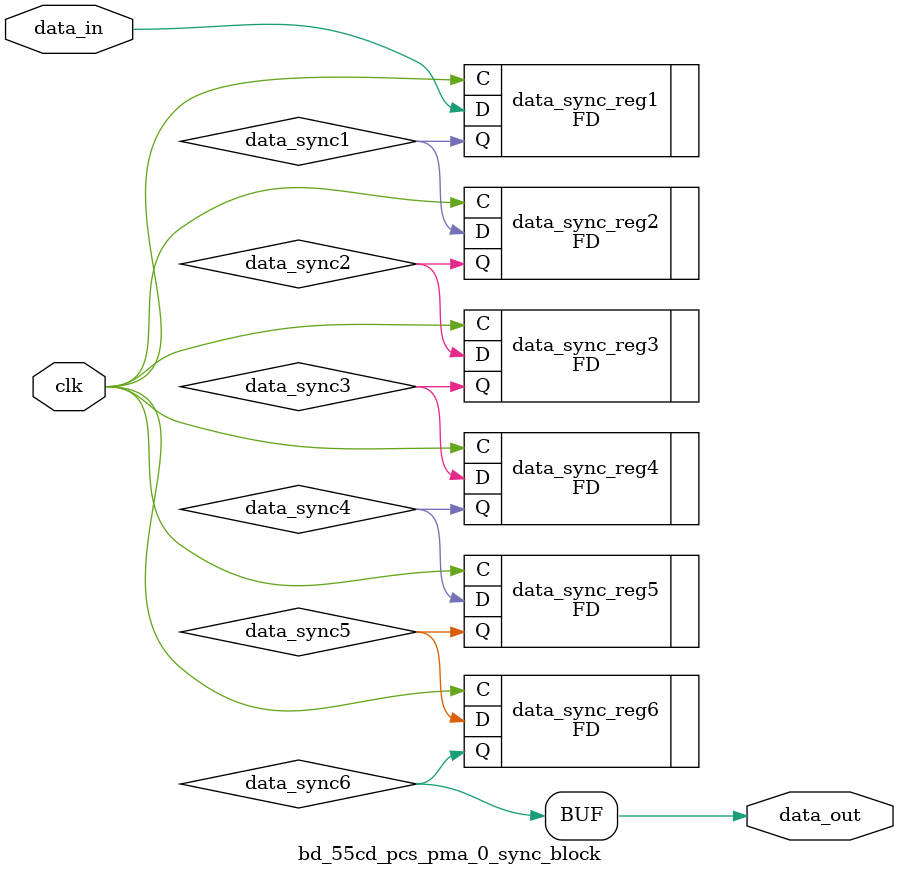
<source format=v>

`timescale 1ps / 1ps

module bd_55cd_pcs_pma_0_sync_block #(
  parameter INITIALISE = 2'b00
)
(
  input        clk,              // clock to be sync'ed to
  input        data_in,          // Data to be 'synced'
  output       data_out          // synced data
);

  // Internal Signals
  wire data_sync1;
  wire data_sync2;
  wire data_sync3;
  wire data_sync4;
  wire data_sync5;
  wire data_sync6;


  (* shreg_extract = "no", ASYNC_REG = "TRUE" *)
  FD #(
    .INIT (INITIALISE[0])
  ) data_sync_reg1 (
    .C  (clk),
    .D  (data_in),
    .Q  (data_sync1)
  );


  (* shreg_extract = "no", ASYNC_REG = "TRUE" *)
  FD #(
   .INIT (INITIALISE[1])
  ) data_sync_reg2 (
  .C  (clk),
  .D  (data_sync1),
  .Q  (data_sync2)
  );


  (* shreg_extract = "no", ASYNC_REG = "TRUE" *)
  FD #(
   .INIT (INITIALISE[1])
  ) data_sync_reg3 (
  .C  (clk),
  .D  (data_sync2),
  .Q  (data_sync3)
  );

  (* shreg_extract = "no", ASYNC_REG = "TRUE" *)
  FD #(
   .INIT (INITIALISE[1])
  ) data_sync_reg4 (
  .C  (clk),
  .D  (data_sync3),
  .Q  (data_sync4)
  );

  (* shreg_extract = "no", ASYNC_REG = "TRUE" *)
  FD #(
   .INIT (INITIALISE[1])
  ) data_sync_reg5 (
  .C  (clk),
  .D  (data_sync4),
  .Q  (data_sync5)
  );

  (* shreg_extract = "no", ASYNC_REG = "TRUE" *)
  FD #(
   .INIT (INITIALISE[1])
  ) data_sync_reg6 (
  .C  (clk),
  .D  (data_sync5),
  .Q  (data_sync6)
  );
  assign data_out = data_sync6;


endmodule



</source>
